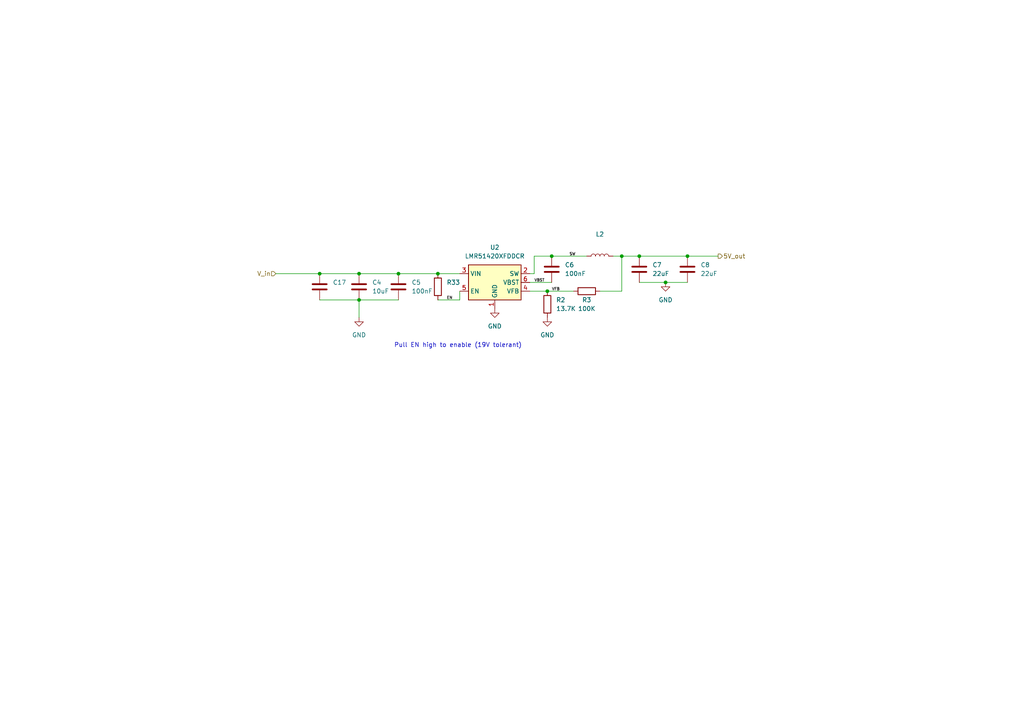
<source format=kicad_sch>
(kicad_sch (version 20211123) (generator eeschema)
  (paper "A4")
  (lib_symbols
    (symbol "Device:C" (pin_numbers hide) (pin_names (offset 0.254))
      (property "Reference" "C" (at 0.635 2.54 0))
      (property "Value" "C" (at 0.635 -2.54 0))
      (symbol "C_0_1"
        (polyline (pts (xy -2.032 -0.762) (xy 2.032 -0.762)) (stroke (width 0.508)))
        (polyline (pts (xy -2.032 0.762) (xy 2.032 0.762)) (stroke (width 0.508)))
      )
      (symbol "C_1_1"
        (pin passive line (at 0 3.81 270) (length 2.794) (name "~") (number "1"))
        (pin passive line (at 0 -3.81 90) (length 2.794) (name "~") (number "2"))
      )
    )
    (symbol "Device:L" (pin_numbers hide) (pin_names (offset 1.016) hide)
      (property "Reference" "L1" (at 0 6.35 90))
      (property "Value" "4u7" (at 0 3.81 90))
      (symbol "L_0_1"
        (arc (start 0 -2.54) (mid 0.635 -1.905) (end 0 -1.27))
        (arc (start 0 -1.27) (mid 0.635 -0.635) (end 0 0))
        (arc (start 0 0) (mid 0.635 0.635) (end 0 1.27))
        (arc (start 0 1.27) (mid 0.635 1.905) (end 0 2.54))
      )
      (symbol "L_1_1"
        (pin passive line (at 0 3.81 270) (length 1.27) (name "1") (number "1"))
        (pin passive line (at 0 -3.81 90) (length 1.27) (name "2") (number "2"))
      )
    )
    (symbol "Device:R" (pin_numbers hide) (pin_names (offset 0))
      (property "Reference" "R" (at 2.032 0 90))
      (property "Value" "R" (at 0 0 90))
      (symbol "R_0_1"
        (rectangle (start -1.016 -2.54) (end 1.016 2.54) (stroke (width 0.254)))
      )
      (symbol "R_1_1"
        (pin passive line (at 0 3.81 270) (length 1.27) (name "~") (number "1"))
        (pin passive line (at 0 -3.81 90) (length 1.27) (name "~") (number "2"))
      )
    )
    (symbol "Regulator_Switching:TPS562200"
      (property "Reference" "U" (at -7.62 6.35 0))
      (property "Value" "TPS562200" (at -2.54 6.35 0))
      (symbol "TPS562200_0_1"
        (rectangle (start -7.62 5.08) (end 7.62 -5.08) (stroke (width 0.254)) (fill (type background)))
      )
      (symbol "TPS562200_1_1"
        (pin power_in line (at 0 -7.62 90) (length 2.54) (name "GND") (number "1"))
        (pin output line (at 10.16 2.54 180) (length 2.54) (name "SW") (number "2"))
        (pin power_in line (at -10.16 2.54 0) (length 2.54) (name "VIN") (number "3"))
        (pin input line (at 10.16 -2.54 180) (length 2.54) (name "VFB") (number "4"))
        (pin input line (at -10.16 -2.54 0) (length 2.54) (name "EN") (number "5"))
        (pin passive line (at 10.16 0 180) (length 2.54) (name "VBST") (number "6"))
      )
    )
    (symbol "power:GND" (power) (pin_names (offset 0))
      (property "Value" "GND" (at 0 -3.81 0))
      (symbol "GND_0_1"
        (polyline (pts (xy 0 0) (xy 0 -1.27) (xy 1.27 -1.27) (xy 0 -2.54) (xy -1.27 -1.27) (xy 0 -1.27)))
      )
      (symbol "GND_1_1"
        (pin power_in line (at 0 0 270) (length 0) hide (name "GND") (number "1"))
      )
    )
  )
  (junction (at 158.75 84.455))
  (junction (at 104.14 79.375))
  (junction (at 104.14 86.995))
  (junction (at 193.04 81.915))
  (junction (at 199.39 74.295))
  (junction (at 180.34 74.295))
  (junction (at 160.02 74.295))
  (junction (at 185.42 74.295))
  (junction (at 115.57 79.375))
  (junction (at 127 79.375))
  (junction (at 92.71 79.375))
  (wire (pts (xy 133.35 86.995) (xy 133.35 84.455)))
  (wire (pts (xy 127 86.995) (xy 133.35 86.995)))
  (wire (pts (xy 153.67 81.915) (xy 160.02 81.915)))
  (wire (pts (xy 185.42 74.295) (xy 199.39 74.295)))
  (wire (pts (xy 158.75 84.455) (xy 166.37 84.455)))
  (wire (pts (xy 80.01 79.375) (xy 92.71 79.375)))
  (wire (pts (xy 115.57 79.375) (xy 127 79.375)))
  (wire (pts (xy 154.94 74.295) (xy 160.02 74.295)))
  (wire (pts (xy 177.8 74.295) (xy 180.34 74.295)))
  (wire (pts (xy 127 79.375) (xy 133.35 79.375)))
  (wire (pts (xy 185.42 81.915) (xy 193.04 81.915)))
  (wire (pts (xy 153.67 79.375) (xy 154.94 79.375)))
  (wire (pts (xy 104.14 86.995) (xy 104.14 92.075)))
  (wire (pts (xy 153.67 84.455) (xy 158.75 84.455)))
  (wire (pts (xy 154.94 79.375) (xy 154.94 74.295)))
  (wire (pts (xy 92.71 86.995) (xy 104.14 86.995)))
  (wire (pts (xy 160.02 74.295) (xy 170.18 74.295)))
  (wire (pts (xy 104.14 79.375) (xy 115.57 79.375)))
  (wire (pts (xy 193.04 81.915) (xy 199.39 81.915)))
  (wire (pts (xy 199.39 74.295) (xy 208.28 74.295)))
  (wire (pts (xy 104.14 86.995) (xy 115.57 86.995)))
  (wire (pts (xy 180.34 84.455) (xy 180.34 74.295)))
  (wire (pts (xy 92.71 79.375) (xy 104.14 79.375)))
  (wire (pts (xy 180.34 74.295) (xy 185.42 74.295)))
  (wire (pts (xy 173.99 84.455) (xy 180.34 84.455)))
  (text "Pull EN high to enable (19V tolerant)\n" (at 114.3 100.965 0) (effects (font (size 1.27 1.27)) (justify left bottom)))
  (label "VBST" (at 154.94 81.915 0) (effects (font (size 0.8 0.8))))
  (label "EN" (at 129.54 86.995 0) (effects (font (size 0.8 0.8))))
  (label "SW" (at 165.1 74.295 0) (effects (font (size 0.8 0.8))))
  (label "VFB" (at 160.02 84.455 0) (effects (font (size 0.8 0.8))))
  (hierarchical_label "5V_out" (shape output) (at 208.28 74.295 0))
  (hierarchical_label "V_in" (shape input) (at 80.01 79.375 180))
  (symbol (lib_id "Device:C") (at 199.39 78.105 0) (unit 1)
    (property "Reference" "C8" (at 203.2 76.8349 0) (effects (justify left)))
    (property "Value" "22uF" (at 203.2 79.3749 0) (effects (justify left)))
    (property "Footprint" "Capacitor_SMD:C_0603_1608Metric_Pad1.08x0.95mm_HandSolder" (effects hide))
  )
  (symbol (lib_id "power:GND") (at 193.04 81.915 0) (unit 1)
    (property "Reference" "#PWR07" (effects hide))
    (property "Value" "GND" (at 193.04 86.995 0))
  )
  (symbol (lib_id "Device:C") (at 185.42 78.105 0) (unit 1)
    (property "Reference" "C7" (at 189.23 76.8349 0) (effects (justify left)))
    (property "Value" "22uF" (at 189.23 79.3749 0) (effects (justify left)))
    (property "Footprint" "Capacitor_SMD:C_0603_1608Metric_Pad1.08x0.95mm_HandSolder" (effects hide))
  )
  (symbol (lib_id "Device:C") (at 92.71 83.185 0) (unit 1)
    (property "Reference" "C17" (at 96.52 81.9149 0) (effects (justify left)))
  )
  (symbol (lib_id "Device:C") (at 104.14 83.185 0) (unit 1)
    (property "Reference" "C4" (at 107.95 81.9149 0) (effects (justify left)))
    (property "Value" "10uF" (at 107.95 84.4549 0) (effects (justify left)))
    (property "Footprint" "Capacitor_SMD:C_0603_1608Metric_Pad1.08x0.95mm_HandSolder" (effects hide))
  )
  (symbol (lib_id "Device:C") (at 115.57 83.185 0) (unit 1)
    (property "Reference" "C5" (at 119.38 81.9149 0) (effects (justify left)))
    (property "Value" "100nF" (at 119.38 84.4549 0) (effects (justify left)))
    (property "Footprint" "Capacitor_SMD:C_0603_1608Metric_Pad1.08x0.95mm_HandSolder" (effects hide))
  )
  (symbol (lib_id "power:GND") (at 143.51 89.535 0) (unit 1)
    (property "Reference" "#PWR05" (effects hide))
    (property "Value" "GND" (at 143.51 94.615 0))
  )
  (symbol (lib_id "Device:R") (at 170.18 84.455 90) (unit 1)
    (property "Reference" "R3" (at 170.18 86.995 90))
    (property "Value" "100K" (at 170.18 89.535 90))
    (property "Footprint" "Resistor_SMD:R_0603_1608Metric_Pad0.98x0.95mm_HandSolder" (effects hide))
  )
  (symbol (lib_id "Device:R") (at 127 83.185 0) (unit 1)
    (property "Reference" "R33" (at 129.54 81.9149 0) (effects (justify left)))
  )
  (symbol (lib_id "power:GND") (at 158.75 92.075 0) (unit 1)
    (property "Reference" "#PWR06" (effects hide))
    (property "Value" "GND" (at 158.75 97.155 0))
  )
  (symbol (lib_id "Regulator_Switching:TPS562200") (at 143.51 81.915 0) (unit 1)
    (property "Reference" "U2" (at 143.51 71.755 0))
    (property "Value" "LMR51420XFDDCR" (at 143.51 74.295 0))
    (property "Footprint" "Package_TO_SOT_SMD:SOT-23-6" (effects hide))
    (property "Datasheet" "http://www.ti.com/lit/ds/symlink/tps563200.pdf" (effects hide))
  )
  (symbol (lib_id "Device:C") (at 160.02 78.105 0) (unit 1)
    (property "Reference" "C6" (at 163.83 76.8349 0) (effects (justify left)))
    (property "Value" "100nF" (at 163.83 79.3749 0) (effects (justify left)))
    (property "Footprint" "Capacitor_SMD:C_0603_1608Metric_Pad1.08x0.95mm_HandSolder" (effects hide))
  )
  (symbol (lib_id "Device:R") (at 158.75 88.265 0) (unit 1)
    (property "Reference" "R2" (at 161.29 86.9949 0) (effects (justify left)))
    (property "Value" "13.7K" (at 161.29 89.5349 0) (effects (justify left)))
    (property "Footprint" "Resistor_SMD:R_0603_1608Metric_Pad0.98x0.95mm_HandSolder" (effects hide))
  )
  (symbol (lib_id "Device:L") (at 173.99 74.295 90) (unit 1)
    (property "Reference" "L2" (at 173.99 67.945 90))
    (property "Datasheet" "https://datasheet.lcsc.com/lcsc/1912111437_Sunlord-MWSA0503S-4R7MT_C408410.pdf" (effects hide))
    (property "Part #" "C408410" (effects hide))
  )
  (symbol (lib_id "power:GND") (at 104.14 92.075 0) (unit 1)
    (property "Reference" "#PWR04" (effects hide))
    (property "Value" "GND" (at 104.14 97.155 0))
  )
)
</source>
